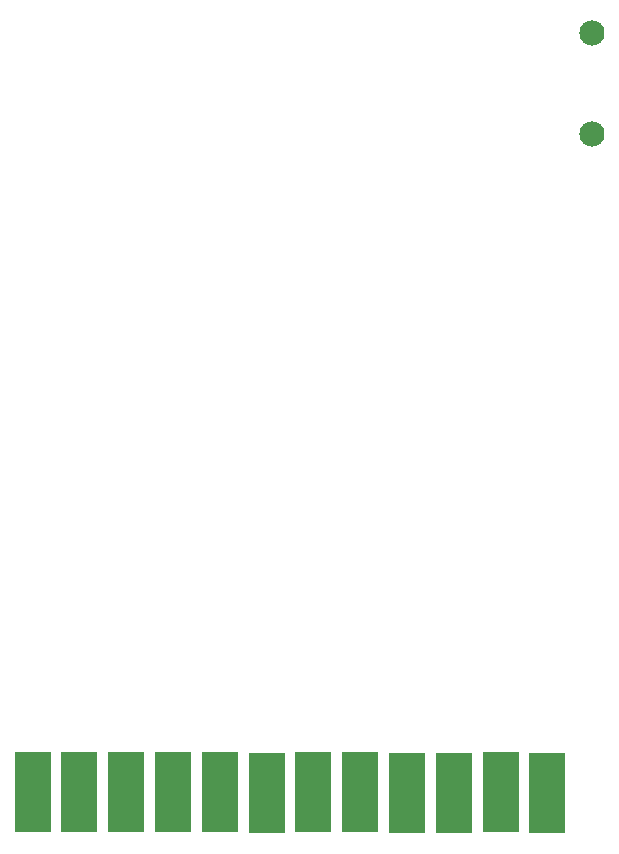
<source format=gtp>
G04 MADE WITH FRITZING*
G04 WWW.FRITZING.ORG*
G04 DOUBLE SIDED*
G04 HOLES PLATED*
G04 CONTOUR ON CENTER OF CONTOUR VECTOR*
%ASAXBY*%
%FSLAX23Y23*%
%MOIN*%
%OFA0B0*%
%SFA1.0B1.0*%
%ADD10C,0.084000*%
%ADD11R,0.051181X0.141823*%
%ADD12R,0.119522X0.270594*%
%LNPASTEMASK1*%
G90*
G70*
G54D10*
X2118Y2340D03*
X2118Y2675D03*
G54D11*
X254Y142D03*
X1660Y132D03*
X1819Y132D03*
X1961Y132D03*
G54D12*
X255Y145D03*
X410Y144D03*
X567Y145D03*
X724Y144D03*
X879Y145D03*
X1035Y143D03*
X1191Y147D03*
X1346Y145D03*
X1816Y144D03*
X1503Y143D03*
X1659Y143D03*
X1970Y142D03*
G54D11*
X1039Y181D03*
X1188Y190D03*
X1346Y204D03*
G04 End of PasteMask1*
M02*
</source>
